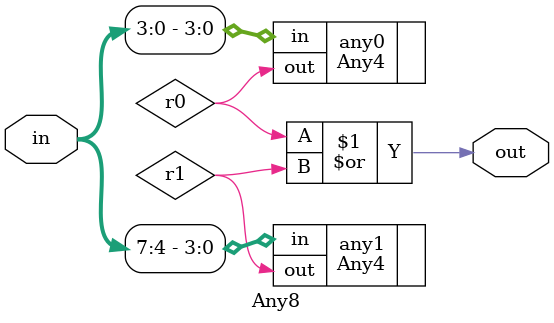
<source format=v>
`ifndef GUARD_ANY4_V
`define GUARD_ANY4_V

`include "Any4.v"

module Any8 (
    in,
    out
);

    input [7:0] in;
    output out;

    wire r0;
    wire r1;

    Any4 any0 (
        .in(in[3:0]),
        .out(r0)
    );
    Any4 any1 (
        .in(in[7:4]),
        .out(r1)
    );

    assign out = r0 | r1;

endmodule // Any8

`endif

</source>
